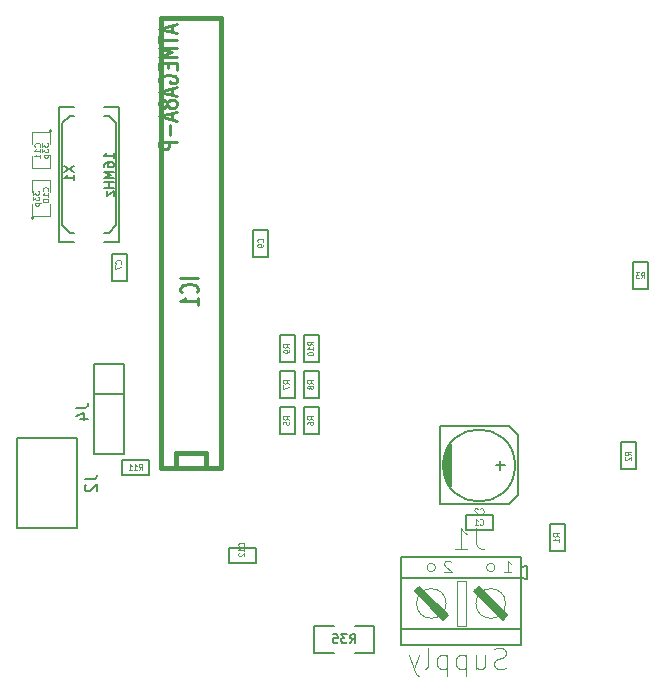
<source format=gbo>
G04 (created by PCBNEW (2013-jul-07)-stable) date śro, 2 lis 2016, 23:07:26*
%MOIN*%
G04 Gerber Fmt 3.4, Leading zero omitted, Abs format*
%FSLAX34Y34*%
G01*
G70*
G90*
G04 APERTURE LIST*
%ADD10C,0.00590551*%
%ADD11C,0.005*%
%ADD12C,0.015*%
%ADD13C,0.0039*%
%ADD14C,0.006*%
%ADD15C,0.008*%
%ADD16C,0.0026*%
%ADD17C,0.024*%
%ADD18C,0.003*%
%ADD19C,0.0045*%
%ADD20C,0.01125*%
%ADD21C,0.012*%
%ADD22C,0.0047*%
%ADD23C,0.0043*%
%ADD24C,0.0035*%
G04 APERTURE END LIST*
G54D10*
X47216Y-31679D02*
X47366Y-31679D01*
X48516Y-31679D02*
X48366Y-31679D01*
X48516Y-35579D02*
X48366Y-35579D01*
X47216Y-35579D02*
X47366Y-35579D01*
X46866Y-35879D02*
X47366Y-35879D01*
X48866Y-35879D02*
X48366Y-35879D01*
X48866Y-31379D02*
X48366Y-31379D01*
X46866Y-31379D02*
X47366Y-31379D01*
X48516Y-31679D02*
X48766Y-31929D01*
X48766Y-31929D02*
X48766Y-35329D01*
X48766Y-35329D02*
X48516Y-35579D01*
X47216Y-35579D02*
X46966Y-35329D01*
X46966Y-35329D02*
X46966Y-31929D01*
X46966Y-31929D02*
X47216Y-31679D01*
X48866Y-35879D02*
X48866Y-31379D01*
X46866Y-31379D02*
X46866Y-35879D01*
G54D11*
X65596Y-42561D02*
X65596Y-43461D01*
X65596Y-43461D02*
X66096Y-43461D01*
X66096Y-43461D02*
X66096Y-42561D01*
X66096Y-42561D02*
X65596Y-42561D01*
X60416Y-45479D02*
X61316Y-45479D01*
X61316Y-45479D02*
X61316Y-44979D01*
X61316Y-44979D02*
X60416Y-44979D01*
X60416Y-44979D02*
X60416Y-45479D01*
X65990Y-36557D02*
X65990Y-37457D01*
X65990Y-37457D02*
X66490Y-37457D01*
X66490Y-37457D02*
X66490Y-36557D01*
X66490Y-36557D02*
X65990Y-36557D01*
X53316Y-35479D02*
X53316Y-36379D01*
X53316Y-36379D02*
X53816Y-36379D01*
X53816Y-36379D02*
X53816Y-35479D01*
X53816Y-35479D02*
X53316Y-35479D01*
X54716Y-41079D02*
X54716Y-40179D01*
X54716Y-40179D02*
X54216Y-40179D01*
X54216Y-40179D02*
X54216Y-41079D01*
X54216Y-41079D02*
X54716Y-41079D01*
X54216Y-38979D02*
X54216Y-39879D01*
X54216Y-39879D02*
X54716Y-39879D01*
X54716Y-39879D02*
X54716Y-38979D01*
X54716Y-38979D02*
X54216Y-38979D01*
X55516Y-41079D02*
X55516Y-40179D01*
X55516Y-40179D02*
X55016Y-40179D01*
X55016Y-40179D02*
X55016Y-41079D01*
X55016Y-41079D02*
X55516Y-41079D01*
X55016Y-38979D02*
X55016Y-39879D01*
X55016Y-39879D02*
X55516Y-39879D01*
X55516Y-39879D02*
X55516Y-38979D01*
X55516Y-38979D02*
X55016Y-38979D01*
X52516Y-46579D02*
X53416Y-46579D01*
X53416Y-46579D02*
X53416Y-46079D01*
X53416Y-46079D02*
X52516Y-46079D01*
X52516Y-46079D02*
X52516Y-46579D01*
X48959Y-43655D02*
X49859Y-43655D01*
X49859Y-43655D02*
X49859Y-43155D01*
X49859Y-43155D02*
X48959Y-43155D01*
X48959Y-43155D02*
X48959Y-43655D01*
X49116Y-37179D02*
X49116Y-36279D01*
X49116Y-36279D02*
X48616Y-36279D01*
X48616Y-36279D02*
X48616Y-37179D01*
X48616Y-37179D02*
X49116Y-37179D01*
X55516Y-42279D02*
X55516Y-41379D01*
X55516Y-41379D02*
X55016Y-41379D01*
X55016Y-41379D02*
X55016Y-42279D01*
X55016Y-42279D02*
X55516Y-42279D01*
X54716Y-42279D02*
X54716Y-41379D01*
X54716Y-41379D02*
X54216Y-41379D01*
X54216Y-41379D02*
X54216Y-42279D01*
X54216Y-42279D02*
X54716Y-42279D01*
X63716Y-46179D02*
X63716Y-45279D01*
X63716Y-45279D02*
X63216Y-45279D01*
X63216Y-45279D02*
X63216Y-46179D01*
X63216Y-46179D02*
X63716Y-46179D01*
G54D12*
X52266Y-43429D02*
X52266Y-28429D01*
X52266Y-28429D02*
X50266Y-28429D01*
X50266Y-28429D02*
X50266Y-43429D01*
X50266Y-43429D02*
X52266Y-43429D01*
X51766Y-43429D02*
X51766Y-42929D01*
X51766Y-42929D02*
X50766Y-42929D01*
X50766Y-42929D02*
X50766Y-43429D01*
G54D11*
X59716Y-43629D02*
X59716Y-43029D01*
X59766Y-42879D02*
X59766Y-43779D01*
X59816Y-43879D02*
X59816Y-42779D01*
X59866Y-42679D02*
X59866Y-43979D01*
X59916Y-44029D02*
X59916Y-42629D01*
X62066Y-43329D02*
G75*
G03X62066Y-43329I-1200J0D01*
G74*
G01*
X59566Y-44629D02*
X59566Y-42029D01*
X59566Y-42029D02*
X61866Y-42029D01*
X61866Y-42029D02*
X62166Y-42329D01*
X62166Y-42329D02*
X62166Y-44329D01*
X62166Y-44329D02*
X61866Y-44629D01*
X61866Y-44629D02*
X59566Y-44629D01*
X61716Y-43329D02*
X61416Y-43329D01*
X61566Y-43479D02*
X61566Y-43179D01*
G54D13*
X46616Y-32179D02*
G75*
G03X46616Y-32179I-50J0D01*
G74*
G01*
X46566Y-32629D02*
X46566Y-32229D01*
X46566Y-32229D02*
X45966Y-32229D01*
X45966Y-32229D02*
X45966Y-32629D01*
X45966Y-33029D02*
X45966Y-33429D01*
X45966Y-33429D02*
X46566Y-33429D01*
X46566Y-33429D02*
X46566Y-33029D01*
X46016Y-35079D02*
G75*
G03X46016Y-35079I-50J0D01*
G74*
G01*
X45966Y-34629D02*
X45966Y-35029D01*
X45966Y-35029D02*
X46566Y-35029D01*
X46566Y-35029D02*
X46566Y-34629D01*
X46566Y-34229D02*
X46566Y-33829D01*
X46566Y-33829D02*
X45966Y-33829D01*
X45966Y-33829D02*
X45966Y-34229D01*
G54D14*
X49023Y-39937D02*
X48023Y-39937D01*
X48023Y-39937D02*
X48023Y-42937D01*
X48023Y-42937D02*
X49023Y-42937D01*
X49023Y-42937D02*
X49023Y-39937D01*
X48023Y-40937D02*
X49023Y-40937D01*
G54D15*
X45466Y-42429D02*
X45466Y-45429D01*
X47466Y-45429D02*
X47466Y-42429D01*
X47466Y-42429D02*
X45466Y-42429D01*
X45466Y-45429D02*
X47466Y-45429D01*
G54D16*
X60416Y-48679D02*
X60116Y-48679D01*
X60116Y-48679D02*
X60116Y-47179D01*
X60416Y-47179D02*
X60116Y-47179D01*
X60416Y-48679D02*
X60416Y-47179D01*
G54D14*
X62266Y-49329D02*
X62266Y-48779D01*
X58266Y-46379D02*
X62266Y-46379D01*
X58266Y-46379D02*
X58266Y-47079D01*
X62266Y-49329D02*
X58266Y-49329D01*
X62266Y-46729D02*
X62466Y-46679D01*
X62266Y-46729D02*
X62266Y-46379D01*
X62466Y-46679D02*
X62466Y-47129D01*
X62466Y-47129D02*
X62266Y-47079D01*
X62266Y-47079D02*
X62266Y-46729D01*
X62266Y-47079D02*
X58266Y-47079D01*
X58266Y-47079D02*
X58266Y-48779D01*
X62266Y-48779D02*
X58266Y-48779D01*
X62266Y-48779D02*
X62266Y-47079D01*
X58266Y-48779D02*
X58266Y-49329D01*
X59676Y-48479D02*
X58726Y-47529D01*
X59826Y-48329D02*
X58876Y-47379D01*
X61806Y-48329D02*
X60856Y-47379D01*
X61656Y-48479D02*
X60706Y-47529D01*
G54D17*
X59676Y-48329D02*
X58876Y-47529D01*
X61656Y-48329D02*
X60856Y-47529D01*
G54D14*
X59826Y-48329D02*
X59676Y-48479D01*
X58876Y-47379D02*
X58726Y-47529D01*
X61806Y-48329D02*
X61656Y-48479D01*
X60856Y-47379D02*
X60706Y-47529D01*
G54D18*
X59417Y-46729D02*
G75*
G03X59417Y-46729I-141J0D01*
G74*
G01*
X61397Y-46729D02*
G75*
G03X61397Y-46729I-141J0D01*
G74*
G01*
X59771Y-47929D02*
G75*
G03X59771Y-47929I-494J0D01*
G74*
G01*
X61751Y-47929D02*
G75*
G03X61751Y-47929I-494J0D01*
G74*
G01*
G54D11*
X57366Y-48679D02*
X57366Y-49579D01*
X57366Y-49579D02*
X56716Y-49579D01*
X56016Y-48679D02*
X55366Y-48679D01*
X55366Y-48679D02*
X55366Y-49579D01*
X55366Y-49579D02*
X56016Y-49579D01*
X56716Y-48679D02*
X57366Y-48679D01*
G54D10*
X47048Y-33334D02*
X47363Y-33544D01*
X47048Y-33544D02*
X47363Y-33334D01*
X47363Y-33829D02*
X47363Y-33649D01*
X47363Y-33739D02*
X47048Y-33739D01*
X47093Y-33709D01*
X47123Y-33679D01*
X47138Y-33649D01*
X48682Y-33096D02*
X48682Y-32916D01*
X48682Y-33006D02*
X48367Y-33006D01*
X48412Y-32976D01*
X48442Y-32946D01*
X48457Y-32916D01*
X48367Y-33366D02*
X48367Y-33306D01*
X48382Y-33276D01*
X48397Y-33261D01*
X48442Y-33231D01*
X48502Y-33216D01*
X48622Y-33216D01*
X48652Y-33231D01*
X48667Y-33246D01*
X48682Y-33276D01*
X48682Y-33336D01*
X48667Y-33366D01*
X48652Y-33381D01*
X48622Y-33396D01*
X48547Y-33396D01*
X48517Y-33381D01*
X48502Y-33366D01*
X48487Y-33336D01*
X48487Y-33276D01*
X48502Y-33246D01*
X48517Y-33231D01*
X48547Y-33216D01*
X48682Y-33531D02*
X48367Y-33531D01*
X48592Y-33636D01*
X48367Y-33741D01*
X48682Y-33741D01*
X48682Y-33891D02*
X48367Y-33891D01*
X48517Y-33891D02*
X48517Y-34071D01*
X48682Y-34071D02*
X48367Y-34071D01*
X48472Y-34191D02*
X48472Y-34356D01*
X48682Y-34191D01*
X48682Y-34356D01*
G54D19*
X65927Y-42981D02*
X65832Y-42921D01*
X65927Y-42878D02*
X65727Y-42878D01*
X65727Y-42947D01*
X65736Y-42964D01*
X65746Y-42973D01*
X65765Y-42981D01*
X65794Y-42981D01*
X65813Y-42973D01*
X65822Y-42964D01*
X65832Y-42947D01*
X65832Y-42878D01*
X65746Y-43050D02*
X65736Y-43058D01*
X65727Y-43076D01*
X65727Y-43118D01*
X65736Y-43136D01*
X65746Y-43144D01*
X65765Y-43153D01*
X65784Y-43153D01*
X65813Y-43144D01*
X65927Y-43041D01*
X65927Y-43153D01*
X60896Y-45291D02*
X60904Y-45300D01*
X60930Y-45310D01*
X60947Y-45310D01*
X60973Y-45300D01*
X60990Y-45281D01*
X60998Y-45262D01*
X61007Y-45224D01*
X61007Y-45195D01*
X60998Y-45157D01*
X60990Y-45138D01*
X60973Y-45119D01*
X60947Y-45110D01*
X60930Y-45110D01*
X60904Y-45119D01*
X60896Y-45129D01*
X60724Y-45310D02*
X60827Y-45310D01*
X60776Y-45310D02*
X60776Y-45110D01*
X60793Y-45138D01*
X60810Y-45157D01*
X60827Y-45167D01*
X66270Y-37088D02*
X66330Y-36993D01*
X66373Y-37088D02*
X66373Y-36888D01*
X66304Y-36888D01*
X66287Y-36898D01*
X66278Y-36907D01*
X66270Y-36926D01*
X66270Y-36955D01*
X66278Y-36974D01*
X66287Y-36984D01*
X66304Y-36993D01*
X66373Y-36993D01*
X66210Y-36888D02*
X66098Y-36888D01*
X66158Y-36965D01*
X66133Y-36965D01*
X66115Y-36974D01*
X66107Y-36984D01*
X66098Y-37003D01*
X66098Y-37050D01*
X66107Y-37069D01*
X66115Y-37079D01*
X66133Y-37088D01*
X66184Y-37088D01*
X66201Y-37079D01*
X66210Y-37069D01*
X53661Y-35879D02*
X53671Y-35870D01*
X53680Y-35845D01*
X53680Y-35828D01*
X53671Y-35802D01*
X53651Y-35785D01*
X53632Y-35776D01*
X53594Y-35768D01*
X53566Y-35768D01*
X53528Y-35776D01*
X53509Y-35785D01*
X53490Y-35802D01*
X53480Y-35828D01*
X53480Y-35845D01*
X53490Y-35870D01*
X53499Y-35879D01*
X53680Y-35965D02*
X53680Y-35999D01*
X53671Y-36016D01*
X53661Y-36025D01*
X53632Y-36042D01*
X53594Y-36050D01*
X53518Y-36050D01*
X53499Y-36042D01*
X53490Y-36033D01*
X53480Y-36016D01*
X53480Y-35982D01*
X53490Y-35965D01*
X53499Y-35956D01*
X53518Y-35948D01*
X53566Y-35948D01*
X53585Y-35956D01*
X53594Y-35965D01*
X53604Y-35982D01*
X53604Y-36016D01*
X53594Y-36033D01*
X53585Y-36042D01*
X53566Y-36050D01*
X54547Y-40599D02*
X54451Y-40539D01*
X54547Y-40496D02*
X54347Y-40496D01*
X54347Y-40564D01*
X54356Y-40581D01*
X54366Y-40590D01*
X54385Y-40599D01*
X54413Y-40599D01*
X54432Y-40590D01*
X54442Y-40581D01*
X54451Y-40564D01*
X54451Y-40496D01*
X54347Y-40659D02*
X54347Y-40779D01*
X54547Y-40701D01*
X54547Y-39399D02*
X54451Y-39339D01*
X54547Y-39296D02*
X54347Y-39296D01*
X54347Y-39364D01*
X54356Y-39381D01*
X54366Y-39390D01*
X54385Y-39399D01*
X54413Y-39399D01*
X54432Y-39390D01*
X54442Y-39381D01*
X54451Y-39364D01*
X54451Y-39296D01*
X54547Y-39484D02*
X54547Y-39519D01*
X54537Y-39536D01*
X54528Y-39544D01*
X54499Y-39561D01*
X54461Y-39570D01*
X54385Y-39570D01*
X54366Y-39561D01*
X54356Y-39553D01*
X54347Y-39536D01*
X54347Y-39501D01*
X54356Y-39484D01*
X54366Y-39476D01*
X54385Y-39467D01*
X54432Y-39467D01*
X54451Y-39476D01*
X54461Y-39484D01*
X54470Y-39501D01*
X54470Y-39536D01*
X54461Y-39553D01*
X54451Y-39561D01*
X54432Y-39570D01*
X55347Y-40599D02*
X55251Y-40539D01*
X55347Y-40496D02*
X55147Y-40496D01*
X55147Y-40564D01*
X55156Y-40581D01*
X55166Y-40590D01*
X55185Y-40599D01*
X55213Y-40599D01*
X55232Y-40590D01*
X55242Y-40581D01*
X55251Y-40564D01*
X55251Y-40496D01*
X55232Y-40701D02*
X55223Y-40684D01*
X55213Y-40676D01*
X55194Y-40667D01*
X55185Y-40667D01*
X55166Y-40676D01*
X55156Y-40684D01*
X55147Y-40701D01*
X55147Y-40736D01*
X55156Y-40753D01*
X55166Y-40761D01*
X55185Y-40770D01*
X55194Y-40770D01*
X55213Y-40761D01*
X55223Y-40753D01*
X55232Y-40736D01*
X55232Y-40701D01*
X55242Y-40684D01*
X55251Y-40676D01*
X55270Y-40667D01*
X55308Y-40667D01*
X55328Y-40676D01*
X55337Y-40684D01*
X55347Y-40701D01*
X55347Y-40736D01*
X55337Y-40753D01*
X55328Y-40761D01*
X55308Y-40770D01*
X55270Y-40770D01*
X55251Y-40761D01*
X55242Y-40753D01*
X55232Y-40736D01*
X55347Y-39313D02*
X55251Y-39253D01*
X55347Y-39210D02*
X55147Y-39210D01*
X55147Y-39279D01*
X55156Y-39296D01*
X55166Y-39304D01*
X55185Y-39313D01*
X55213Y-39313D01*
X55232Y-39304D01*
X55242Y-39296D01*
X55251Y-39279D01*
X55251Y-39210D01*
X55347Y-39484D02*
X55347Y-39381D01*
X55347Y-39433D02*
X55147Y-39433D01*
X55175Y-39416D01*
X55194Y-39399D01*
X55204Y-39381D01*
X55147Y-39596D02*
X55147Y-39613D01*
X55156Y-39630D01*
X55166Y-39639D01*
X55185Y-39647D01*
X55223Y-39656D01*
X55270Y-39656D01*
X55308Y-39647D01*
X55328Y-39639D01*
X55337Y-39630D01*
X55347Y-39613D01*
X55347Y-39596D01*
X55337Y-39579D01*
X55328Y-39570D01*
X55308Y-39561D01*
X55270Y-39553D01*
X55223Y-39553D01*
X55185Y-39561D01*
X55166Y-39570D01*
X55156Y-39579D01*
X55147Y-39596D01*
X53028Y-46013D02*
X53037Y-46004D01*
X53047Y-45979D01*
X53047Y-45961D01*
X53037Y-45936D01*
X53018Y-45919D01*
X52999Y-45910D01*
X52961Y-45901D01*
X52932Y-45901D01*
X52894Y-45910D01*
X52875Y-45919D01*
X52856Y-45936D01*
X52847Y-45961D01*
X52847Y-45979D01*
X52856Y-46004D01*
X52866Y-46013D01*
X53047Y-46184D02*
X53047Y-46081D01*
X53047Y-46133D02*
X52847Y-46133D01*
X52875Y-46116D01*
X52894Y-46099D01*
X52904Y-46081D01*
X52866Y-46253D02*
X52856Y-46261D01*
X52847Y-46279D01*
X52847Y-46321D01*
X52856Y-46339D01*
X52866Y-46347D01*
X52885Y-46356D01*
X52904Y-46356D01*
X52932Y-46347D01*
X53047Y-46244D01*
X53047Y-46356D01*
X49525Y-43486D02*
X49585Y-43391D01*
X49628Y-43486D02*
X49628Y-43286D01*
X49559Y-43286D01*
X49542Y-43295D01*
X49533Y-43305D01*
X49525Y-43324D01*
X49525Y-43353D01*
X49533Y-43372D01*
X49542Y-43381D01*
X49559Y-43391D01*
X49628Y-43391D01*
X49353Y-43486D02*
X49456Y-43486D01*
X49405Y-43486D02*
X49405Y-43286D01*
X49422Y-43315D01*
X49439Y-43334D01*
X49456Y-43343D01*
X49182Y-43486D02*
X49285Y-43486D01*
X49233Y-43486D02*
X49233Y-43286D01*
X49250Y-43315D01*
X49268Y-43334D01*
X49285Y-43343D01*
X48928Y-36599D02*
X48937Y-36590D01*
X48947Y-36564D01*
X48947Y-36547D01*
X48937Y-36521D01*
X48918Y-36504D01*
X48899Y-36496D01*
X48861Y-36487D01*
X48832Y-36487D01*
X48794Y-36496D01*
X48775Y-36504D01*
X48756Y-36521D01*
X48747Y-36547D01*
X48747Y-36564D01*
X48756Y-36590D01*
X48766Y-36599D01*
X48747Y-36659D02*
X48747Y-36779D01*
X48947Y-36701D01*
X55347Y-41799D02*
X55251Y-41739D01*
X55347Y-41696D02*
X55147Y-41696D01*
X55147Y-41764D01*
X55156Y-41781D01*
X55166Y-41790D01*
X55185Y-41799D01*
X55213Y-41799D01*
X55232Y-41790D01*
X55242Y-41781D01*
X55251Y-41764D01*
X55251Y-41696D01*
X55147Y-41953D02*
X55147Y-41919D01*
X55156Y-41901D01*
X55166Y-41893D01*
X55194Y-41876D01*
X55232Y-41867D01*
X55308Y-41867D01*
X55328Y-41876D01*
X55337Y-41884D01*
X55347Y-41901D01*
X55347Y-41936D01*
X55337Y-41953D01*
X55328Y-41961D01*
X55308Y-41970D01*
X55261Y-41970D01*
X55242Y-41961D01*
X55232Y-41953D01*
X55223Y-41936D01*
X55223Y-41901D01*
X55232Y-41884D01*
X55242Y-41876D01*
X55261Y-41867D01*
X54547Y-41799D02*
X54451Y-41739D01*
X54547Y-41696D02*
X54347Y-41696D01*
X54347Y-41764D01*
X54356Y-41781D01*
X54366Y-41790D01*
X54385Y-41799D01*
X54413Y-41799D01*
X54432Y-41790D01*
X54442Y-41781D01*
X54451Y-41764D01*
X54451Y-41696D01*
X54347Y-41961D02*
X54347Y-41876D01*
X54442Y-41867D01*
X54432Y-41876D01*
X54423Y-41893D01*
X54423Y-41936D01*
X54432Y-41953D01*
X54442Y-41961D01*
X54461Y-41970D01*
X54508Y-41970D01*
X54528Y-41961D01*
X54537Y-41953D01*
X54547Y-41936D01*
X54547Y-41893D01*
X54537Y-41876D01*
X54528Y-41867D01*
X63547Y-45699D02*
X63451Y-45639D01*
X63547Y-45596D02*
X63347Y-45596D01*
X63347Y-45664D01*
X63356Y-45681D01*
X63366Y-45690D01*
X63385Y-45699D01*
X63413Y-45699D01*
X63432Y-45690D01*
X63442Y-45681D01*
X63451Y-45664D01*
X63451Y-45596D01*
X63547Y-45870D02*
X63547Y-45767D01*
X63547Y-45819D02*
X63347Y-45819D01*
X63375Y-45801D01*
X63394Y-45784D01*
X63404Y-45767D01*
G54D20*
X51508Y-37089D02*
X50908Y-37089D01*
X51451Y-37561D02*
X51480Y-37539D01*
X51508Y-37475D01*
X51508Y-37432D01*
X51480Y-37368D01*
X51423Y-37325D01*
X51366Y-37304D01*
X51251Y-37282D01*
X51166Y-37282D01*
X51051Y-37304D01*
X50994Y-37325D01*
X50937Y-37368D01*
X50908Y-37432D01*
X50908Y-37475D01*
X50937Y-37539D01*
X50966Y-37561D01*
X51508Y-37989D02*
X51508Y-37732D01*
X51508Y-37861D02*
X50908Y-37861D01*
X50994Y-37818D01*
X51051Y-37775D01*
X51080Y-37732D01*
G54D21*
G54D20*
X50637Y-28661D02*
X50637Y-28875D01*
X50808Y-28618D02*
X50208Y-28768D01*
X50808Y-28918D01*
X50208Y-29004D02*
X50208Y-29261D01*
X50808Y-29132D02*
X50208Y-29132D01*
X50808Y-29411D02*
X50208Y-29411D01*
X50637Y-29561D01*
X50208Y-29711D01*
X50808Y-29711D01*
X50494Y-29925D02*
X50494Y-30075D01*
X50808Y-30139D02*
X50808Y-29925D01*
X50208Y-29925D01*
X50208Y-30139D01*
X50237Y-30568D02*
X50208Y-30525D01*
X50208Y-30461D01*
X50237Y-30396D01*
X50294Y-30354D01*
X50351Y-30332D01*
X50466Y-30311D01*
X50551Y-30311D01*
X50666Y-30332D01*
X50723Y-30354D01*
X50780Y-30396D01*
X50808Y-30461D01*
X50808Y-30504D01*
X50780Y-30568D01*
X50751Y-30589D01*
X50551Y-30589D01*
X50551Y-30504D01*
X50637Y-30761D02*
X50637Y-30975D01*
X50808Y-30718D02*
X50208Y-30868D01*
X50808Y-31018D01*
X50466Y-31232D02*
X50437Y-31189D01*
X50408Y-31168D01*
X50351Y-31146D01*
X50323Y-31146D01*
X50266Y-31168D01*
X50237Y-31189D01*
X50208Y-31232D01*
X50208Y-31318D01*
X50237Y-31361D01*
X50266Y-31382D01*
X50323Y-31404D01*
X50351Y-31404D01*
X50408Y-31382D01*
X50437Y-31361D01*
X50466Y-31318D01*
X50466Y-31232D01*
X50494Y-31189D01*
X50523Y-31168D01*
X50580Y-31146D01*
X50694Y-31146D01*
X50751Y-31168D01*
X50780Y-31189D01*
X50808Y-31232D01*
X50808Y-31318D01*
X50780Y-31361D01*
X50751Y-31382D01*
X50694Y-31404D01*
X50580Y-31404D01*
X50523Y-31382D01*
X50494Y-31361D01*
X50466Y-31318D01*
X50637Y-31575D02*
X50637Y-31789D01*
X50808Y-31532D02*
X50208Y-31682D01*
X50808Y-31832D01*
X50580Y-31982D02*
X50580Y-32325D01*
X50808Y-32539D02*
X50208Y-32539D01*
X50208Y-32711D01*
X50237Y-32754D01*
X50266Y-32775D01*
X50323Y-32796D01*
X50408Y-32796D01*
X50466Y-32775D01*
X50494Y-32754D01*
X50523Y-32711D01*
X50523Y-32539D01*
G54D21*
G54D22*
X60898Y-44940D02*
X60908Y-44949D01*
X60936Y-44958D01*
X60955Y-44958D01*
X60983Y-44949D01*
X61002Y-44930D01*
X61011Y-44911D01*
X61020Y-44874D01*
X61020Y-44846D01*
X61011Y-44808D01*
X61002Y-44790D01*
X60983Y-44771D01*
X60955Y-44761D01*
X60936Y-44761D01*
X60908Y-44771D01*
X60898Y-44780D01*
X60823Y-44780D02*
X60814Y-44771D01*
X60795Y-44761D01*
X60748Y-44761D01*
X60730Y-44771D01*
X60720Y-44780D01*
X60711Y-44799D01*
X60711Y-44818D01*
X60720Y-44846D01*
X60833Y-44958D01*
X60711Y-44958D01*
G54D23*
X46227Y-32702D02*
X46236Y-32693D01*
X46245Y-32664D01*
X46245Y-32646D01*
X46236Y-32618D01*
X46217Y-32599D01*
X46198Y-32589D01*
X46161Y-32580D01*
X46133Y-32580D01*
X46095Y-32589D01*
X46077Y-32599D01*
X46058Y-32618D01*
X46048Y-32646D01*
X46048Y-32664D01*
X46058Y-32693D01*
X46067Y-32702D01*
X46245Y-32890D02*
X46245Y-32777D01*
X46245Y-32833D02*
X46048Y-32833D01*
X46077Y-32815D01*
X46095Y-32796D01*
X46105Y-32777D01*
X46245Y-33077D02*
X46245Y-32965D01*
X46245Y-33021D02*
X46048Y-33021D01*
X46077Y-33002D01*
X46095Y-32983D01*
X46105Y-32965D01*
X46298Y-32580D02*
X46298Y-32702D01*
X46373Y-32636D01*
X46373Y-32664D01*
X46383Y-32683D01*
X46392Y-32693D01*
X46411Y-32702D01*
X46458Y-32702D01*
X46477Y-32693D01*
X46486Y-32683D01*
X46495Y-32664D01*
X46495Y-32608D01*
X46486Y-32589D01*
X46477Y-32580D01*
X46298Y-32768D02*
X46298Y-32890D01*
X46373Y-32824D01*
X46373Y-32852D01*
X46383Y-32871D01*
X46392Y-32880D01*
X46411Y-32890D01*
X46458Y-32890D01*
X46477Y-32880D01*
X46486Y-32871D01*
X46495Y-32852D01*
X46495Y-32796D01*
X46486Y-32777D01*
X46477Y-32768D01*
X46364Y-32974D02*
X46561Y-32974D01*
X46373Y-32974D02*
X46364Y-32993D01*
X46364Y-33030D01*
X46373Y-33049D01*
X46383Y-33058D01*
X46402Y-33068D01*
X46458Y-33068D01*
X46477Y-33058D01*
X46486Y-33049D01*
X46495Y-33030D01*
X46495Y-32993D01*
X46486Y-32974D01*
X46495Y-34176D02*
X46505Y-34167D01*
X46514Y-34138D01*
X46514Y-34120D01*
X46505Y-34092D01*
X46486Y-34073D01*
X46467Y-34063D01*
X46429Y-34054D01*
X46401Y-34054D01*
X46364Y-34063D01*
X46345Y-34073D01*
X46326Y-34092D01*
X46317Y-34120D01*
X46317Y-34138D01*
X46326Y-34167D01*
X46336Y-34176D01*
X46514Y-34364D02*
X46514Y-34251D01*
X46514Y-34307D02*
X46317Y-34307D01*
X46345Y-34289D01*
X46364Y-34270D01*
X46373Y-34251D01*
X46317Y-34486D02*
X46317Y-34504D01*
X46326Y-34523D01*
X46336Y-34532D01*
X46354Y-34542D01*
X46392Y-34551D01*
X46439Y-34551D01*
X46476Y-34542D01*
X46495Y-34532D01*
X46505Y-34523D01*
X46514Y-34504D01*
X46514Y-34486D01*
X46505Y-34467D01*
X46495Y-34457D01*
X46476Y-34448D01*
X46439Y-34439D01*
X46392Y-34439D01*
X46354Y-34448D01*
X46336Y-34457D01*
X46326Y-34467D01*
X46317Y-34486D01*
X45998Y-34180D02*
X45998Y-34302D01*
X46073Y-34236D01*
X46073Y-34264D01*
X46083Y-34283D01*
X46092Y-34293D01*
X46111Y-34302D01*
X46158Y-34302D01*
X46177Y-34293D01*
X46186Y-34283D01*
X46195Y-34264D01*
X46195Y-34208D01*
X46186Y-34189D01*
X46177Y-34180D01*
X45998Y-34368D02*
X45998Y-34490D01*
X46073Y-34424D01*
X46073Y-34452D01*
X46083Y-34471D01*
X46092Y-34480D01*
X46111Y-34490D01*
X46158Y-34490D01*
X46177Y-34480D01*
X46186Y-34471D01*
X46195Y-34452D01*
X46195Y-34396D01*
X46186Y-34377D01*
X46177Y-34368D01*
X46064Y-34574D02*
X46261Y-34574D01*
X46073Y-34574D02*
X46064Y-34593D01*
X46064Y-34630D01*
X46073Y-34649D01*
X46083Y-34658D01*
X46102Y-34668D01*
X46158Y-34668D01*
X46177Y-34658D01*
X46186Y-34649D01*
X46195Y-34630D01*
X46195Y-34593D01*
X46186Y-34574D01*
G54D14*
X47435Y-41403D02*
X47721Y-41403D01*
X47778Y-41384D01*
X47816Y-41346D01*
X47835Y-41289D01*
X47835Y-41251D01*
X47568Y-41765D02*
X47835Y-41765D01*
X47416Y-41670D02*
X47702Y-41575D01*
X47702Y-41822D01*
G54D15*
X47728Y-43795D02*
X48013Y-43795D01*
X48070Y-43776D01*
X48108Y-43738D01*
X48128Y-43681D01*
X48128Y-43643D01*
X47766Y-43967D02*
X47747Y-43986D01*
X47728Y-44024D01*
X47728Y-44119D01*
X47747Y-44157D01*
X47766Y-44176D01*
X47804Y-44195D01*
X47842Y-44195D01*
X47899Y-44176D01*
X48128Y-43948D01*
X48128Y-44195D01*
G54D24*
X60749Y-45412D02*
X60749Y-45912D01*
X60782Y-46012D01*
X60849Y-46079D01*
X60949Y-46112D01*
X61016Y-46112D01*
X60049Y-46112D02*
X60449Y-46112D01*
X60249Y-46112D02*
X60249Y-45412D01*
X60316Y-45512D01*
X60382Y-45579D01*
X60449Y-45612D01*
X61766Y-50079D02*
X61666Y-50112D01*
X61499Y-50112D01*
X61432Y-50079D01*
X61399Y-50045D01*
X61366Y-49979D01*
X61366Y-49912D01*
X61399Y-49845D01*
X61432Y-49812D01*
X61499Y-49779D01*
X61632Y-49745D01*
X61699Y-49712D01*
X61732Y-49679D01*
X61766Y-49612D01*
X61766Y-49545D01*
X61732Y-49479D01*
X61699Y-49445D01*
X61632Y-49412D01*
X61466Y-49412D01*
X61366Y-49445D01*
X60766Y-49645D02*
X60766Y-50112D01*
X61066Y-49645D02*
X61066Y-50012D01*
X61032Y-50079D01*
X60966Y-50112D01*
X60866Y-50112D01*
X60799Y-50079D01*
X60766Y-50045D01*
X60432Y-49645D02*
X60432Y-50345D01*
X60432Y-49679D02*
X60366Y-49645D01*
X60232Y-49645D01*
X60166Y-49679D01*
X60132Y-49712D01*
X60099Y-49779D01*
X60099Y-49979D01*
X60132Y-50045D01*
X60166Y-50079D01*
X60232Y-50112D01*
X60366Y-50112D01*
X60432Y-50079D01*
X59799Y-49645D02*
X59799Y-50345D01*
X59799Y-49679D02*
X59732Y-49645D01*
X59599Y-49645D01*
X59532Y-49679D01*
X59499Y-49712D01*
X59466Y-49779D01*
X59466Y-49979D01*
X59499Y-50045D01*
X59532Y-50079D01*
X59599Y-50112D01*
X59732Y-50112D01*
X59799Y-50079D01*
X59066Y-50112D02*
X59132Y-50079D01*
X59166Y-50012D01*
X59166Y-49412D01*
X58866Y-49645D02*
X58699Y-50112D01*
X58532Y-49645D02*
X58699Y-50112D01*
X58766Y-50279D01*
X58799Y-50312D01*
X58866Y-50345D01*
X61709Y-46891D02*
X61932Y-46891D01*
X61821Y-46891D02*
X61821Y-46501D01*
X61858Y-46557D01*
X61895Y-46594D01*
X61932Y-46613D01*
X59932Y-46539D02*
X59913Y-46520D01*
X59876Y-46501D01*
X59783Y-46501D01*
X59746Y-46520D01*
X59728Y-46539D01*
X59709Y-46576D01*
X59709Y-46613D01*
X59728Y-46669D01*
X59951Y-46891D01*
X59709Y-46891D01*
G54D11*
X56558Y-49250D02*
X56658Y-49107D01*
X56730Y-49250D02*
X56730Y-48950D01*
X56616Y-48950D01*
X56587Y-48964D01*
X56573Y-48979D01*
X56558Y-49007D01*
X56558Y-49050D01*
X56573Y-49079D01*
X56587Y-49093D01*
X56616Y-49107D01*
X56730Y-49107D01*
X56458Y-48950D02*
X56273Y-48950D01*
X56373Y-49064D01*
X56330Y-49064D01*
X56301Y-49079D01*
X56287Y-49093D01*
X56273Y-49121D01*
X56273Y-49193D01*
X56287Y-49221D01*
X56301Y-49236D01*
X56330Y-49250D01*
X56416Y-49250D01*
X56444Y-49236D01*
X56458Y-49221D01*
X56001Y-48950D02*
X56144Y-48950D01*
X56158Y-49093D01*
X56144Y-49079D01*
X56116Y-49064D01*
X56044Y-49064D01*
X56016Y-49079D01*
X56001Y-49093D01*
X55987Y-49121D01*
X55987Y-49193D01*
X56001Y-49221D01*
X56016Y-49236D01*
X56044Y-49250D01*
X56116Y-49250D01*
X56144Y-49236D01*
X56158Y-49221D01*
M02*

</source>
